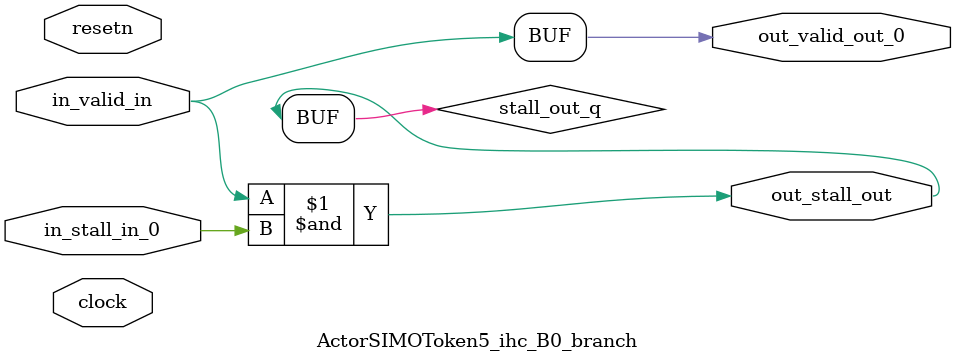
<source format=sv>



(* altera_attribute = "-name AUTO_SHIFT_REGISTER_RECOGNITION OFF; -name MESSAGE_DISABLE 10036; -name MESSAGE_DISABLE 10037; -name MESSAGE_DISABLE 14130; -name MESSAGE_DISABLE 14320; -name MESSAGE_DISABLE 15400; -name MESSAGE_DISABLE 14130; -name MESSAGE_DISABLE 10036; -name MESSAGE_DISABLE 12020; -name MESSAGE_DISABLE 12030; -name MESSAGE_DISABLE 12010; -name MESSAGE_DISABLE 12110; -name MESSAGE_DISABLE 14320; -name MESSAGE_DISABLE 13410; -name MESSAGE_DISABLE 113007; -name MESSAGE_DISABLE 10958" *)
module ActorSIMOToken5_ihc_B0_branch (
    input wire [0:0] in_stall_in_0,
    input wire [0:0] in_valid_in,
    output wire [0:0] out_stall_out,
    output wire [0:0] out_valid_out_0,
    input wire clock,
    input wire resetn
    );

    wire [0:0] stall_out_q;


    // stall_out(LOGICAL,6)
    assign stall_out_q = in_valid_in & in_stall_in_0;

    // out_stall_out(GPOUT,4)
    assign out_stall_out = stall_out_q;

    // out_valid_out_0(GPOUT,5)
    assign out_valid_out_0 = in_valid_in;

endmodule

</source>
